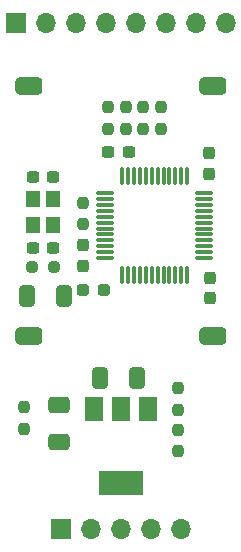
<source format=gbr>
%TF.GenerationSoftware,KiCad,Pcbnew,8.0.7-8.0.7-0~ubuntu22.04.1*%
%TF.CreationDate,2025-01-07T12:13:10+01:00*%
%TF.ProjectId,mcu_board,6d63755f-626f-4617-9264-2e6b69636164,rev?*%
%TF.SameCoordinates,Original*%
%TF.FileFunction,Soldermask,Top*%
%TF.FilePolarity,Negative*%
%FSLAX46Y46*%
G04 Gerber Fmt 4.6, Leading zero omitted, Abs format (unit mm)*
G04 Created by KiCad (PCBNEW 8.0.7-8.0.7-0~ubuntu22.04.1) date 2025-01-07 12:13:10*
%MOMM*%
%LPD*%
G01*
G04 APERTURE LIST*
G04 Aperture macros list*
%AMRoundRect*
0 Rectangle with rounded corners*
0 $1 Rounding radius*
0 $2 $3 $4 $5 $6 $7 $8 $9 X,Y pos of 4 corners*
0 Add a 4 corners polygon primitive as box body*
4,1,4,$2,$3,$4,$5,$6,$7,$8,$9,$2,$3,0*
0 Add four circle primitives for the rounded corners*
1,1,$1+$1,$2,$3*
1,1,$1+$1,$4,$5*
1,1,$1+$1,$6,$7*
1,1,$1+$1,$8,$9*
0 Add four rect primitives between the rounded corners*
20,1,$1+$1,$2,$3,$4,$5,0*
20,1,$1+$1,$4,$5,$6,$7,0*
20,1,$1+$1,$6,$7,$8,$9,0*
20,1,$1+$1,$8,$9,$2,$3,0*%
G04 Aperture macros list end*
%ADD10RoundRect,0.237500X-0.237500X0.250000X-0.237500X-0.250000X0.237500X-0.250000X0.237500X0.250000X0*%
%ADD11RoundRect,0.237500X-0.300000X-0.237500X0.300000X-0.237500X0.300000X0.237500X-0.300000X0.237500X0*%
%ADD12RoundRect,0.237500X0.237500X-0.250000X0.237500X0.250000X-0.237500X0.250000X-0.237500X-0.250000X0*%
%ADD13RoundRect,0.237500X0.237500X-0.300000X0.237500X0.300000X-0.237500X0.300000X-0.237500X-0.300000X0*%
%ADD14RoundRect,0.381000X-0.762000X-0.381000X0.762000X-0.381000X0.762000X0.381000X-0.762000X0.381000X0*%
%ADD15RoundRect,0.237500X-0.287500X-0.237500X0.287500X-0.237500X0.287500X0.237500X-0.287500X0.237500X0*%
%ADD16R,1.500000X2.000000*%
%ADD17R,3.800000X2.000000*%
%ADD18RoundRect,0.250000X-0.412500X-0.650000X0.412500X-0.650000X0.412500X0.650000X-0.412500X0.650000X0*%
%ADD19R,1.200000X1.400000*%
%ADD20R,1.700000X1.700000*%
%ADD21O,1.700000X1.700000*%
%ADD22RoundRect,0.075000X-0.662500X-0.075000X0.662500X-0.075000X0.662500X0.075000X-0.662500X0.075000X0*%
%ADD23RoundRect,0.075000X-0.075000X-0.662500X0.075000X-0.662500X0.075000X0.662500X-0.075000X0.662500X0*%
%ADD24RoundRect,0.237500X0.250000X0.237500X-0.250000X0.237500X-0.250000X-0.237500X0.250000X-0.237500X0*%
%ADD25RoundRect,0.250000X-0.650000X0.412500X-0.650000X-0.412500X0.650000X-0.412500X0.650000X0.412500X0*%
%ADD26RoundRect,0.237500X-0.237500X0.300000X-0.237500X-0.300000X0.237500X-0.300000X0.237500X0.300000X0*%
%ADD27RoundRect,0.237500X0.300000X0.237500X-0.300000X0.237500X-0.300000X-0.237500X0.300000X-0.237500X0*%
G04 APERTURE END LIST*
D10*
%TO.C,R13*%
X141800000Y-86687500D03*
X141800000Y-88512500D03*
%TD*%
D11*
%TO.C,C9*%
X148937500Y-65100000D03*
X150662500Y-65100000D03*
%TD*%
D12*
%TO.C,R9*%
X148900000Y-63125000D03*
X148900000Y-61300000D03*
%TD*%
%TO.C,R6*%
X153400000Y-63125000D03*
X153400000Y-61300000D03*
%TD*%
D13*
%TO.C,C10*%
X157500000Y-66940625D03*
X157500000Y-65215625D03*
%TD*%
D14*
%TO.C,J2*%
X142200000Y-59550000D03*
X157800000Y-59550001D03*
X157800000Y-80649999D03*
X142200000Y-80650000D03*
%TD*%
D12*
%TO.C,R8*%
X150400000Y-63125000D03*
X150400000Y-61300000D03*
%TD*%
D15*
%TO.C,FB1*%
X146825000Y-76778125D03*
X148575000Y-76778125D03*
%TD*%
D16*
%TO.C,U3*%
X152300000Y-86850000D03*
X150000000Y-86850000D03*
D17*
X150000000Y-93150000D03*
D16*
X147700000Y-86850000D03*
%TD*%
D18*
%TO.C,C1*%
X142037500Y-77300000D03*
X145162500Y-77300000D03*
%TD*%
D11*
%TO.C,C8*%
X142556250Y-73221875D03*
X144281250Y-73221875D03*
%TD*%
D12*
%TO.C,R7*%
X151900000Y-63125000D03*
X151900000Y-61300000D03*
%TD*%
D19*
%TO.C,Y1*%
X144268750Y-71312500D03*
X144268750Y-69112500D03*
X142568750Y-69112500D03*
X142568750Y-71312500D03*
%TD*%
D20*
%TO.C,J7*%
X141100000Y-54200000D03*
D21*
X143640000Y-54200000D03*
X146180000Y-54200000D03*
X148720000Y-54200000D03*
X151260000Y-54200000D03*
X153800000Y-54200000D03*
X156340000Y-54200000D03*
X158880000Y-54200000D03*
%TD*%
D12*
%TO.C,R11*%
X146800000Y-71212500D03*
X146800000Y-69387500D03*
%TD*%
D22*
%TO.C,U2*%
X148693750Y-68578125D03*
X148693750Y-69078125D03*
X148693750Y-69578125D03*
X148693750Y-70078125D03*
X148693750Y-70578125D03*
X148693750Y-71078125D03*
X148693750Y-71578125D03*
X148693750Y-72078125D03*
X148693750Y-72578125D03*
X148693750Y-73078125D03*
X148693750Y-73578125D03*
X148693750Y-74078125D03*
D23*
X150106250Y-75490625D03*
X150606250Y-75490625D03*
X151106250Y-75490625D03*
X151606250Y-75490625D03*
X152106250Y-75490625D03*
X152606250Y-75490625D03*
X153106250Y-75490625D03*
X153606250Y-75490625D03*
X154106250Y-75490625D03*
X154606250Y-75490625D03*
X155106250Y-75490625D03*
X155606250Y-75490625D03*
D22*
X157018750Y-74078125D03*
X157018750Y-73578125D03*
X157018750Y-73078125D03*
X157018750Y-72578125D03*
X157018750Y-72078125D03*
X157018750Y-71578125D03*
X157018750Y-71078125D03*
X157018750Y-70578125D03*
X157018750Y-70078125D03*
X157018750Y-69578125D03*
X157018750Y-69078125D03*
X157018750Y-68578125D03*
D23*
X155606250Y-67165625D03*
X155106250Y-67165625D03*
X154606250Y-67165625D03*
X154106250Y-67165625D03*
X153606250Y-67165625D03*
X153106250Y-67165625D03*
X152606250Y-67165625D03*
X152106250Y-67165625D03*
X151606250Y-67165625D03*
X151106250Y-67165625D03*
X150606250Y-67165625D03*
X150106250Y-67165625D03*
%TD*%
D24*
%TO.C,R4*%
X144312500Y-74800000D03*
X142487500Y-74800000D03*
%TD*%
D25*
%TO.C,C5*%
X144800000Y-86537500D03*
X144800000Y-89662500D03*
%TD*%
D26*
%TO.C,C11*%
X157518750Y-75737500D03*
X157518750Y-77462500D03*
%TD*%
D13*
%TO.C,C3*%
X146800000Y-74725000D03*
X146800000Y-73000000D03*
%TD*%
D12*
%TO.C,R5*%
X154800000Y-90425000D03*
X154800000Y-88600000D03*
%TD*%
%TO.C,R10*%
X154800000Y-86912500D03*
X154800000Y-85087500D03*
%TD*%
D27*
%TO.C,C7*%
X144281250Y-67221875D03*
X142556250Y-67221875D03*
%TD*%
D18*
%TO.C,C6*%
X148237500Y-84200000D03*
X151362500Y-84200000D03*
%TD*%
D20*
%TO.C,J1*%
X144960000Y-97000000D03*
D21*
X147500000Y-97000000D03*
X150040000Y-97000000D03*
X152580000Y-97000000D03*
X155120000Y-97000000D03*
%TD*%
M02*

</source>
